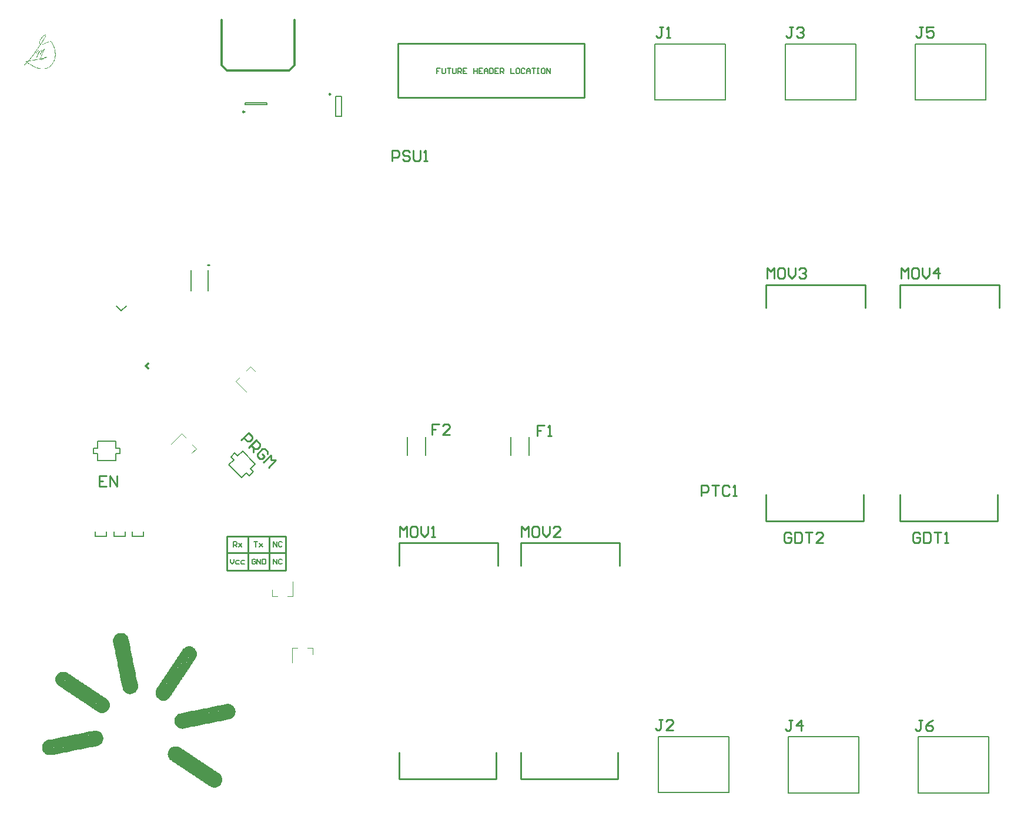
<source format=gto>
G04*
G04 #@! TF.GenerationSoftware,Altium Limited,Altium Designer,23.9.2 (47)*
G04*
G04 Layer_Color=65535*
%FSLAX25Y25*%
%MOIN*%
G70*
G04*
G04 #@! TF.SameCoordinates,32FA3CAB-4A21-4C27-9538-83D2161AB544*
G04*
G04*
G04 #@! TF.FilePolarity,Positive*
G04*
G01*
G75*
%ADD10C,0.00866*%
%ADD11C,0.00984*%
%ADD12C,0.01000*%
%ADD13C,0.00394*%
%ADD14C,0.00591*%
%ADD15C,0.01181*%
%ADD16C,0.00787*%
%ADD17C,0.00500*%
G36*
X23903Y447386D02*
X23771D01*
Y447122D01*
X23639D01*
Y446858D01*
X23507D01*
Y446594D01*
X23375D01*
Y446462D01*
X23243D01*
Y446198D01*
X23111D01*
Y445933D01*
X22979D01*
Y445801D01*
X22847D01*
Y445537D01*
X22715D01*
Y445273D01*
X22583D01*
Y445141D01*
X22451D01*
Y444877D01*
X22319D01*
Y444613D01*
X22187D01*
Y444481D01*
X22055D01*
Y444217D01*
X21923D01*
Y443953D01*
X21790D01*
Y443821D01*
X21658D01*
Y443556D01*
X21526D01*
Y443425D01*
X21394D01*
Y443292D01*
X21262D01*
Y443028D01*
X21130D01*
Y442896D01*
X20998D01*
Y442764D01*
X21130D01*
Y442632D01*
X21658D01*
Y442764D01*
X22187D01*
Y442896D01*
X22451D01*
Y443028D01*
X22715D01*
Y443160D01*
X22979D01*
Y443292D01*
X23243D01*
Y443425D01*
X23375D01*
Y443556D01*
X23771D01*
Y443689D01*
X24035D01*
Y443821D01*
X24299D01*
Y443953D01*
X24696D01*
Y444085D01*
X25092D01*
Y444217D01*
X25488D01*
Y444349D01*
X26016D01*
Y444481D01*
X26808D01*
Y444349D01*
X27072D01*
Y444217D01*
X27204D01*
Y443953D01*
X27336D01*
Y443689D01*
X27469D01*
Y443425D01*
X27601D01*
Y443160D01*
X27733D01*
Y442764D01*
X27865D01*
Y442500D01*
X27997D01*
Y442236D01*
X28129D01*
Y441972D01*
X28261D01*
Y441708D01*
X28393D01*
Y441444D01*
X28525D01*
Y441048D01*
X28657D01*
Y440651D01*
X28789D01*
Y440255D01*
X28921D01*
Y439727D01*
X29053D01*
Y439067D01*
X29185D01*
Y438011D01*
X29317D01*
Y435766D01*
X29185D01*
Y434973D01*
X29053D01*
Y434445D01*
X28921D01*
Y434049D01*
X28789D01*
Y433653D01*
X28657D01*
Y433257D01*
X28525D01*
Y432993D01*
X28393D01*
Y432728D01*
X28261D01*
Y432464D01*
X28129D01*
Y432200D01*
X27997D01*
Y432068D01*
X27865D01*
Y431804D01*
X27733D01*
Y431672D01*
X27601D01*
Y431408D01*
X27469D01*
Y431276D01*
X27336D01*
Y431144D01*
X27204D01*
Y431012D01*
X27072D01*
Y430748D01*
X26940D01*
Y430616D01*
X26808D01*
Y430484D01*
X26676D01*
Y430352D01*
X26544D01*
Y430220D01*
X26412D01*
Y430088D01*
X26280D01*
Y429955D01*
X26016D01*
Y429823D01*
X25884D01*
Y429691D01*
X25620D01*
Y429559D01*
X25488D01*
Y429427D01*
X25224D01*
Y429295D01*
X24960D01*
Y429163D01*
X24564D01*
Y429031D01*
X24167D01*
Y428899D01*
X23507D01*
Y428767D01*
X20602D01*
Y428899D01*
X19810D01*
Y429031D01*
X19282D01*
Y429163D01*
X18885D01*
Y429295D01*
X18489D01*
Y429427D01*
X18093D01*
Y429559D01*
X17829D01*
Y429691D01*
X17433D01*
Y429823D01*
X17169D01*
Y429955D01*
X16905D01*
Y430088D01*
X16641D01*
Y430220D01*
X16376D01*
Y430352D01*
X16244D01*
Y430484D01*
X15980D01*
Y430616D01*
X15716D01*
Y430748D01*
X15584D01*
Y430880D01*
X15320D01*
Y431012D01*
X15056D01*
Y431144D01*
X14792D01*
Y431276D01*
X14660D01*
Y431408D01*
X14396D01*
Y431540D01*
X14132D01*
Y431672D01*
X13868D01*
Y431804D01*
X13603D01*
Y431936D01*
X13471D01*
Y432068D01*
X13207D01*
Y432200D01*
X12943D01*
Y432068D01*
X12811D01*
Y431936D01*
X12679D01*
Y431672D01*
X12547D01*
Y431540D01*
X12415D01*
Y431408D01*
X12283D01*
Y431276D01*
X12151D01*
Y431144D01*
X12019D01*
Y431012D01*
X11887D01*
Y430880D01*
X11755D01*
Y430748D01*
X11623D01*
Y431144D01*
X11755D01*
Y431408D01*
X12019D01*
Y431540D01*
X12151D01*
Y431672D01*
X12283D01*
Y431804D01*
X12415D01*
Y431936D01*
X12547D01*
Y432068D01*
X12679D01*
Y432200D01*
X12811D01*
Y432464D01*
X12679D01*
Y432596D01*
X12547D01*
Y432728D01*
X12415D01*
Y432993D01*
X12547D01*
Y433125D01*
X12811D01*
Y433257D01*
X13735D01*
Y433389D01*
X13868D01*
Y433521D01*
X14000D01*
Y433653D01*
X14132D01*
Y433785D01*
X14264D01*
Y433917D01*
X14396D01*
Y434049D01*
X14528D01*
Y434181D01*
X14660D01*
Y434445D01*
X14792D01*
Y434577D01*
X14924D01*
Y434709D01*
X15056D01*
Y434841D01*
X15188D01*
Y435105D01*
X15320D01*
Y435237D01*
X15452D01*
Y435369D01*
X15584D01*
Y435501D01*
X15716D01*
Y435766D01*
X15848D01*
Y435898D01*
X15980D01*
Y436030D01*
X16112D01*
Y436294D01*
X16244D01*
Y436426D01*
X16376D01*
Y436558D01*
X16509D01*
Y436822D01*
X16641D01*
Y436954D01*
X16773D01*
Y437218D01*
X16905D01*
Y437350D01*
X17037D01*
Y437614D01*
X17169D01*
Y437746D01*
X17301D01*
Y438011D01*
X17433D01*
Y438142D01*
X17565D01*
Y438407D01*
X17697D01*
Y438539D01*
X17829D01*
Y438803D01*
X17961D01*
Y438935D01*
X18093D01*
Y439067D01*
X18225D01*
Y439331D01*
X18357D01*
Y439463D01*
X18489D01*
Y439727D01*
X18621D01*
Y439859D01*
X18753D01*
Y439991D01*
X18885D01*
Y440255D01*
X19017D01*
Y440387D01*
X19150D01*
Y440651D01*
X19282D01*
Y440784D01*
X19414D01*
Y441048D01*
X19546D01*
Y441180D01*
X19678D01*
Y441444D01*
X19810D01*
Y441576D01*
X19942D01*
Y441840D01*
X20074D01*
Y441972D01*
X20206D01*
Y442104D01*
X20338D01*
Y442368D01*
X20470D01*
Y442632D01*
X20338D01*
Y442764D01*
X20206D01*
Y443028D01*
X20074D01*
Y444085D01*
X20206D01*
Y444613D01*
X20338D01*
Y444877D01*
X20470D01*
Y445141D01*
X20602D01*
Y445405D01*
X20734D01*
Y445669D01*
X20866D01*
Y445933D01*
X20998D01*
Y446065D01*
X21130D01*
Y446329D01*
X21262D01*
Y446462D01*
X21394D01*
Y446594D01*
X21526D01*
Y446726D01*
X21658D01*
Y446990D01*
X21790D01*
Y447122D01*
X21923D01*
Y447254D01*
X22055D01*
Y447386D01*
X22319D01*
Y447518D01*
X22451D01*
Y447650D01*
X22583D01*
Y447782D01*
X22847D01*
Y447914D01*
X22979D01*
Y448046D01*
X23243D01*
Y448178D01*
X23903D01*
Y447386D01*
D02*
G37*
G36*
X67308Y108405D02*
X68395D01*
Y108133D01*
X68667D01*
Y107861D01*
X69211D01*
Y107590D01*
X69482D01*
Y107318D01*
X69754D01*
Y107046D01*
X70026D01*
Y106503D01*
X70297D01*
Y105959D01*
X70569D01*
Y105144D01*
X70841D01*
Y104057D01*
X71113D01*
Y102699D01*
X71384D01*
Y101068D01*
X71656D01*
Y99981D01*
X71928D01*
Y98623D01*
X72199D01*
Y97264D01*
X72471D01*
Y95634D01*
X72743D01*
Y94547D01*
X73015D01*
Y93189D01*
X73286D01*
Y91830D01*
X73558D01*
Y90471D01*
X73830D01*
Y89113D01*
X74102D01*
Y87754D01*
X74373D01*
Y86396D01*
X74645D01*
Y85037D01*
X74917D01*
Y83678D01*
X75188D01*
Y82320D01*
X75460D01*
Y81233D01*
X75732D01*
Y79874D01*
X76004D01*
Y77157D01*
X75732D01*
Y76613D01*
X75460D01*
Y76070D01*
X75188D01*
Y75527D01*
X74917D01*
Y75255D01*
X74645D01*
Y74983D01*
X74102D01*
Y74712D01*
X73830D01*
Y74440D01*
X73286D01*
Y74168D01*
X72199D01*
Y73896D01*
X70841D01*
Y74168D01*
X69754D01*
Y74440D01*
X69211D01*
Y74712D01*
X68939D01*
Y74983D01*
X68667D01*
Y75255D01*
X68395D01*
Y75527D01*
X68124D01*
Y75798D01*
X67852D01*
Y76070D01*
X67580D01*
Y76613D01*
X67308D01*
Y77700D01*
X67037D01*
Y78787D01*
X66765D01*
Y80146D01*
X66493D01*
Y81504D01*
X66222D01*
Y83135D01*
X65950D01*
Y84222D01*
X65678D01*
Y85580D01*
X65407D01*
Y86939D01*
X65135D01*
Y88569D01*
X64863D01*
Y89656D01*
X64591D01*
Y91015D01*
X64320D01*
Y92373D01*
X64048D01*
Y93732D01*
X63776D01*
Y95091D01*
X63504D01*
Y96449D01*
X63233D01*
Y97808D01*
X62961D01*
Y99166D01*
X62689D01*
Y100253D01*
X62418D01*
Y101612D01*
X62146D01*
Y103242D01*
X61874D01*
Y105144D01*
X62146D01*
Y105959D01*
X62418D01*
Y106503D01*
X62689D01*
Y107046D01*
X62961D01*
Y107318D01*
X63233D01*
Y107590D01*
X63504D01*
Y107861D01*
X64048D01*
Y108133D01*
X64591D01*
Y108405D01*
X65135D01*
Y108677D01*
X67308D01*
Y108405D01*
D02*
G37*
G36*
X106165Y100797D02*
X106980D01*
Y100525D01*
X107252D01*
Y100253D01*
X107795D01*
Y99981D01*
X108067D01*
Y99710D01*
X108338D01*
Y99438D01*
X108610D01*
Y98895D01*
X108882D01*
Y98623D01*
X109153D01*
Y97808D01*
X109425D01*
Y95634D01*
X109153D01*
Y94819D01*
X108882D01*
Y94275D01*
X108610D01*
Y94004D01*
X108338D01*
Y93460D01*
X108067D01*
Y93189D01*
X107795D01*
Y92645D01*
X107523D01*
Y92373D01*
X107252D01*
Y91830D01*
X106980D01*
Y91558D01*
X106708D01*
Y91015D01*
X106436D01*
Y90743D01*
X106165D01*
Y90200D01*
X105893D01*
Y89656D01*
X105621D01*
Y89384D01*
X105350D01*
Y88841D01*
X105078D01*
Y88569D01*
X104806D01*
Y88026D01*
X104534D01*
Y87754D01*
X104263D01*
Y87482D01*
X103991D01*
Y86939D01*
X103719D01*
Y86396D01*
X103447D01*
Y86124D01*
X103176D01*
Y85580D01*
X102904D01*
Y85309D01*
X102632D01*
Y84765D01*
X102360D01*
Y84493D01*
X102089D01*
Y83950D01*
X101817D01*
Y83678D01*
X101545D01*
Y83407D01*
X101274D01*
Y82863D01*
X101002D01*
Y82320D01*
X100730D01*
Y82048D01*
X100459D01*
Y81776D01*
X100187D01*
Y81233D01*
X99915D01*
Y80961D01*
X99643D01*
Y80418D01*
X99372D01*
Y79874D01*
X99100D01*
Y79602D01*
X98828D01*
Y79331D01*
X98556D01*
Y78787D01*
X98285D01*
Y78244D01*
X98013D01*
Y77972D01*
X97741D01*
Y77429D01*
X97470D01*
Y77157D01*
X97198D01*
Y76613D01*
X96926D01*
Y76342D01*
X96654D01*
Y75798D01*
X96383D01*
Y75527D01*
X96111D01*
Y74983D01*
X95839D01*
Y74712D01*
X95568D01*
Y74168D01*
X95296D01*
Y73896D01*
X95024D01*
Y73353D01*
X94752D01*
Y73081D01*
X94481D01*
Y72538D01*
X94209D01*
Y72266D01*
X93937D01*
Y71994D01*
X93665D01*
Y71723D01*
Y71451D01*
X93122D01*
Y71179D01*
X92850D01*
Y70907D01*
X92307D01*
Y70636D01*
X91763D01*
Y70364D01*
X89046D01*
Y70636D01*
X88503D01*
Y70907D01*
X87959D01*
Y71179D01*
X87688D01*
Y71451D01*
X87416D01*
Y71723D01*
X87144D01*
Y71994D01*
X86872D01*
Y72266D01*
X86601D01*
Y72809D01*
X86329D01*
Y73353D01*
X86057D01*
Y76070D01*
X86329D01*
Y76613D01*
X86601D01*
Y77157D01*
X86872D01*
Y77700D01*
X87144D01*
Y77972D01*
X87416D01*
Y78515D01*
X87688D01*
Y78787D01*
X87959D01*
Y79331D01*
X88231D01*
Y79602D01*
X88503D01*
Y80146D01*
X88775D01*
Y80418D01*
X89046D01*
Y80961D01*
X89318D01*
Y81233D01*
X89590D01*
Y81776D01*
X89861D01*
Y82048D01*
X90133D01*
Y82591D01*
X90405D01*
Y82863D01*
X90676D01*
Y83407D01*
X90948D01*
Y83678D01*
X91220D01*
Y84222D01*
X91492D01*
Y84493D01*
X91763D01*
Y85037D01*
X92035D01*
Y85309D01*
X92307D01*
Y85852D01*
X92579D01*
Y86124D01*
X92850D01*
Y86667D01*
X93122D01*
Y86939D01*
X93394D01*
Y87482D01*
X93665D01*
Y87754D01*
X93937D01*
Y88297D01*
X94209D01*
Y88569D01*
X94481D01*
Y89113D01*
X94752D01*
Y89384D01*
X95024D01*
Y89928D01*
X95296D01*
Y90200D01*
X95568D01*
Y90743D01*
X95839D01*
Y91015D01*
X96111D01*
Y91558D01*
X96383D01*
Y91830D01*
X96654D01*
Y92373D01*
X96926D01*
Y92645D01*
X97198D01*
Y93189D01*
X97470D01*
Y93460D01*
X97741D01*
Y94004D01*
X98013D01*
Y94275D01*
X98285D01*
Y94819D01*
X98556D01*
Y95091D01*
X98828D01*
Y95634D01*
X99100D01*
Y95906D01*
X99372D01*
Y96449D01*
X99643D01*
Y96721D01*
X99915D01*
Y97264D01*
X100187D01*
Y97536D01*
X100459D01*
Y98079D01*
X100730D01*
Y98351D01*
X101002D01*
Y98895D01*
X101274D01*
Y99166D01*
X101545D01*
Y99710D01*
X101817D01*
Y99981D01*
X102360D01*
Y100253D01*
X102632D01*
Y100525D01*
X103176D01*
Y100797D01*
X103991D01*
Y101068D01*
X106165D01*
Y100797D01*
D02*
G37*
G36*
X127631Y68190D02*
X128717D01*
Y67918D01*
X129261D01*
Y67647D01*
X129533D01*
Y67375D01*
X129804D01*
Y67103D01*
X130076D01*
Y66832D01*
X130348D01*
Y66560D01*
X130620D01*
Y66288D01*
X130891D01*
Y65745D01*
X131163D01*
Y64658D01*
X131435D01*
Y63571D01*
X131163D01*
Y62212D01*
X130891D01*
Y61669D01*
X130620D01*
Y61397D01*
X130348D01*
Y61125D01*
X130076D01*
Y60854D01*
X129804D01*
Y60582D01*
X129533D01*
Y60310D01*
X128989D01*
Y60039D01*
X128717D01*
Y59767D01*
X127631D01*
Y59495D01*
X127359D01*
Y59767D01*
X127087D01*
Y59495D01*
X126000D01*
Y59223D01*
X124642D01*
Y58952D01*
X123555D01*
Y58680D01*
X122196D01*
Y58408D01*
X120837D01*
Y58136D01*
X119479D01*
Y57865D01*
X118120D01*
Y57593D01*
X116762D01*
Y57321D01*
X115403D01*
Y57050D01*
X114044D01*
Y56778D01*
X112686D01*
Y56506D01*
X111327D01*
Y56234D01*
X109969D01*
Y55963D01*
X108610D01*
Y55691D01*
X107252D01*
Y55419D01*
X105893D01*
Y55148D01*
X104806D01*
Y54876D01*
X103176D01*
Y54604D01*
X101817D01*
Y54332D01*
X100730D01*
Y54604D01*
X99372D01*
Y54876D01*
X98828D01*
Y55148D01*
X98556D01*
Y55419D01*
X98285D01*
Y55691D01*
X98013D01*
Y55963D01*
X97741D01*
Y56234D01*
X97470D01*
Y56506D01*
X97198D01*
Y57050D01*
X96926D01*
Y58136D01*
X96654D01*
Y58408D01*
X96926D01*
Y58680D01*
X96654D01*
Y58952D01*
X96926D01*
Y59223D01*
X96654D01*
Y59495D01*
X96926D01*
Y60582D01*
X97198D01*
Y60854D01*
X97470D01*
Y61397D01*
X97741D01*
Y61669D01*
X98013D01*
Y61941D01*
X98285D01*
Y62212D01*
X98556D01*
Y62484D01*
X98828D01*
Y62756D01*
X99643D01*
Y63027D01*
X100459D01*
Y63299D01*
X101817D01*
Y63571D01*
X103176D01*
Y63843D01*
X104534D01*
Y64114D01*
X105893D01*
Y64386D01*
X107252D01*
Y64658D01*
X108610D01*
Y64929D01*
X109969D01*
Y65201D01*
X111327D01*
Y65473D01*
X112686D01*
Y65745D01*
X114044D01*
Y66016D01*
X114860D01*
Y65745D01*
X115131D01*
Y66016D01*
X115403D01*
Y66288D01*
X116762D01*
Y66560D01*
X117849D01*
Y66832D01*
X119479D01*
Y67103D01*
X120837D01*
Y67375D01*
X122196D01*
Y67647D01*
X123283D01*
Y67918D01*
X124913D01*
Y68190D01*
X126000D01*
Y68462D01*
X127631D01*
Y68190D01*
D02*
G37*
G36*
X34702Y86396D02*
X35517D01*
Y86124D01*
X36061D01*
Y85852D01*
X36332D01*
Y85580D01*
X36876D01*
Y85309D01*
X37419D01*
Y85037D01*
X37691D01*
Y84765D01*
X38234D01*
Y84493D01*
X38506D01*
Y84222D01*
X39050D01*
Y83950D01*
X39321D01*
Y83678D01*
X39865D01*
Y83407D01*
X40137D01*
Y83135D01*
X40408D01*
Y82863D01*
X40952D01*
Y82591D01*
X41495D01*
Y82320D01*
X41767D01*
Y82048D01*
X42310D01*
Y81776D01*
X42582D01*
Y81504D01*
X42854D01*
Y81233D01*
X43397D01*
Y80961D01*
X43940D01*
Y80689D01*
X44212D01*
Y80418D01*
X44756D01*
Y80146D01*
X45027D01*
Y79874D01*
X45571D01*
Y79602D01*
X45843D01*
Y79331D01*
X46386D01*
Y79059D01*
X46658D01*
Y78787D01*
X47201D01*
Y78515D01*
X47473D01*
Y78244D01*
X48016D01*
Y77972D01*
X48288D01*
Y77700D01*
X48831D01*
Y77429D01*
X49103D01*
Y77157D01*
X49647D01*
Y76885D01*
X49918D01*
Y76613D01*
X50462D01*
Y76342D01*
X50734D01*
Y76070D01*
X51005D01*
Y75798D01*
X51549D01*
Y75527D01*
X52092D01*
Y75255D01*
X52364D01*
Y74983D01*
X52907D01*
Y74712D01*
X53179D01*
Y74440D01*
X53723D01*
Y74168D01*
X53994D01*
Y73896D01*
X54538D01*
Y73625D01*
X54809D01*
Y73353D01*
X55353D01*
Y73081D01*
X55625D01*
Y72809D01*
X56168D01*
Y72538D01*
X56440D01*
Y72266D01*
X56983D01*
Y71994D01*
X57255D01*
Y71723D01*
X57798D01*
Y71451D01*
X58070D01*
Y71179D01*
X58614D01*
Y70907D01*
X58885D01*
Y70636D01*
X59157D01*
Y70092D01*
X59429D01*
Y69549D01*
X59700D01*
Y69005D01*
X59972D01*
Y66560D01*
X59700D01*
Y65745D01*
X59429D01*
Y65201D01*
X59157D01*
Y64929D01*
X58885D01*
Y64658D01*
X58614D01*
Y64386D01*
X58342D01*
Y64114D01*
X58070D01*
Y63843D01*
X57527D01*
Y63571D01*
X56711D01*
Y63299D01*
X54538D01*
Y63571D01*
X53723D01*
Y63843D01*
X53179D01*
Y64114D01*
X52907D01*
Y64386D01*
X52636D01*
Y64658D01*
X52092D01*
Y64929D01*
X51549D01*
Y65201D01*
X51277D01*
Y65473D01*
X50734D01*
Y65745D01*
X50462D01*
Y66016D01*
X49918D01*
Y66288D01*
X49647D01*
Y66560D01*
X49103D01*
Y66832D01*
X48831D01*
Y67103D01*
X48288D01*
Y67375D01*
X48016D01*
Y67647D01*
X47745D01*
Y67918D01*
X47201D01*
Y68190D01*
X46658D01*
Y68462D01*
X46386D01*
Y68734D01*
X45843D01*
Y69005D01*
X45571D01*
Y69277D01*
X45299D01*
Y69549D01*
X44756D01*
Y69820D01*
X44212D01*
Y70092D01*
X43940D01*
Y70364D01*
X43397D01*
Y70636D01*
X43125D01*
Y70907D01*
X42582D01*
Y71179D01*
X42310D01*
Y71451D01*
X41767D01*
Y71723D01*
X41495D01*
Y71994D01*
X40952D01*
Y72266D01*
X40680D01*
Y72538D01*
X40137D01*
Y72809D01*
X39865D01*
Y73081D01*
X39321D01*
Y73353D01*
X39050D01*
Y73625D01*
X38506D01*
Y73896D01*
X38234D01*
Y74168D01*
X37691D01*
Y74440D01*
X37419D01*
Y74712D01*
X36876D01*
Y74983D01*
X36604D01*
Y75255D01*
X36061D01*
Y75527D01*
X35517D01*
Y75798D01*
X35245D01*
Y76070D01*
X34974D01*
Y76342D01*
X34430D01*
Y76613D01*
X34159D01*
Y76885D01*
X33615D01*
Y77157D01*
X33343D01*
Y77429D01*
X32800D01*
Y77700D01*
X32528D01*
Y77972D01*
X31985D01*
Y78244D01*
X31713D01*
Y78515D01*
X31170D01*
Y78787D01*
X30898D01*
Y79059D01*
X30626D01*
Y79331D01*
X30354D01*
Y79602D01*
X30083D01*
Y79874D01*
X29811D01*
Y80418D01*
X29539D01*
Y81233D01*
X29268D01*
Y83407D01*
X29539D01*
Y84222D01*
X29811D01*
Y84493D01*
X30083D01*
Y85037D01*
X30354D01*
Y85309D01*
X30626D01*
Y85580D01*
X30898D01*
Y85852D01*
X31441D01*
Y86124D01*
X31713D01*
Y86396D01*
X32528D01*
Y86667D01*
X34702D01*
Y86396D01*
D02*
G37*
G36*
X53179Y52974D02*
X53994D01*
Y52702D01*
X54266D01*
Y52430D01*
X54809D01*
Y52159D01*
X55081D01*
Y51887D01*
X55353D01*
Y51344D01*
X55625D01*
Y51072D01*
X55896D01*
Y50528D01*
X56168D01*
Y49441D01*
X56440D01*
Y48355D01*
X56168D01*
Y47268D01*
X55896D01*
Y46724D01*
X55625D01*
Y46181D01*
X55353D01*
Y45909D01*
X55081D01*
Y45637D01*
X54809D01*
Y45366D01*
X54538D01*
Y45094D01*
X53994D01*
Y44822D01*
X53451D01*
Y44550D01*
X52364D01*
Y44279D01*
X50734D01*
Y44007D01*
X49647D01*
Y43735D01*
X48288D01*
Y43464D01*
X46929D01*
Y43192D01*
X45299D01*
Y42920D01*
X44212D01*
Y42648D01*
X43940D01*
Y42920D01*
X43669D01*
Y42648D01*
X42854D01*
Y42377D01*
X41495D01*
Y42105D01*
X39865D01*
Y41833D01*
X38506D01*
Y41561D01*
X37419D01*
Y41290D01*
X36061D01*
Y41018D01*
X34702D01*
Y40746D01*
X33343D01*
Y40475D01*
X31985D01*
Y40203D01*
X30626D01*
Y39931D01*
X29268D01*
Y39660D01*
X27909D01*
Y39388D01*
X24648D01*
Y39660D01*
X24105D01*
Y39931D01*
X23562D01*
Y40203D01*
X23290D01*
Y40475D01*
X23018D01*
Y40746D01*
X22746D01*
Y41018D01*
X22475D01*
Y41290D01*
X22203D01*
Y41833D01*
X21931D01*
Y42648D01*
X21659D01*
Y44550D01*
X21931D01*
Y45366D01*
X22203D01*
Y45909D01*
X22475D01*
Y46453D01*
X22746D01*
Y46724D01*
X23018D01*
Y46996D01*
X23290D01*
Y47268D01*
X23833D01*
Y47539D01*
X24105D01*
Y47811D01*
X24920D01*
Y48083D01*
X26279D01*
Y48355D01*
X27637D01*
Y48626D01*
X28996D01*
Y48898D01*
X30354D01*
Y49170D01*
X31713D01*
Y49441D01*
X33072D01*
Y49713D01*
X34430D01*
Y49985D01*
X35789D01*
Y50257D01*
X36876D01*
Y50528D01*
X38506D01*
Y50800D01*
X39865D01*
Y51072D01*
X40952D01*
Y51344D01*
X42310D01*
Y51615D01*
X43669D01*
Y51887D01*
X45299D01*
Y52159D01*
X46386D01*
Y52430D01*
X47745D01*
Y52702D01*
X49103D01*
Y52974D01*
X50462D01*
Y53246D01*
X53179D01*
Y52974D01*
D02*
G37*
G36*
X99100Y44007D02*
X99643D01*
Y43735D01*
X99915D01*
Y43464D01*
X100459D01*
Y43192D01*
X100730D01*
Y42920D01*
X101274D01*
Y42648D01*
X101817D01*
Y42377D01*
X102089D01*
Y42105D01*
X102360D01*
Y41833D01*
X102904D01*
Y41561D01*
X103447D01*
Y41290D01*
X103719D01*
Y41018D01*
X103991D01*
Y40746D01*
X104534D01*
Y40475D01*
X105078D01*
Y40203D01*
X105350D01*
Y39931D01*
X105893D01*
Y39660D01*
X106165D01*
Y39388D01*
X106436D01*
Y39116D01*
X106980D01*
Y38844D01*
X107252D01*
Y38573D01*
X107795D01*
Y38301D01*
X108338D01*
Y38029D01*
X108610D01*
Y37757D01*
X108882D01*
Y37486D01*
X109425D01*
Y37214D01*
X109697D01*
Y36942D01*
X110240D01*
Y36671D01*
X110784D01*
Y36399D01*
X111056D01*
Y36127D01*
X111599D01*
Y35855D01*
X111871D01*
Y35584D01*
X112143D01*
Y35312D01*
X112686D01*
Y35040D01*
X113229D01*
Y34769D01*
X113501D01*
Y34497D01*
X113773D01*
Y34225D01*
X114316D01*
Y33953D01*
X114860D01*
Y33682D01*
X115131D01*
Y33410D01*
X115403D01*
Y33138D01*
X115947D01*
Y32866D01*
X116490D01*
Y32595D01*
X116762D01*
Y32323D01*
X117305D01*
Y32051D01*
X117577D01*
Y31780D01*
X118120D01*
Y31508D01*
X118392D01*
Y31236D01*
X118936D01*
Y30964D01*
X119207D01*
Y30693D01*
X119751D01*
Y30421D01*
X120022D01*
Y30149D01*
X120566D01*
Y29877D01*
X120837D01*
Y29606D01*
X121381D01*
Y29334D01*
X121653D01*
Y29062D01*
X122196D01*
Y28791D01*
X122468D01*
Y28519D01*
X122740D01*
Y28247D01*
X123011D01*
Y27704D01*
X123283D01*
Y27432D01*
X123555D01*
Y26617D01*
X123827D01*
Y24171D01*
X123555D01*
Y23628D01*
X123283D01*
Y23085D01*
X123011D01*
Y22541D01*
X122740D01*
Y22269D01*
X122468D01*
Y21998D01*
X122196D01*
Y21726D01*
X121653D01*
Y21454D01*
X121109D01*
Y21182D01*
X120294D01*
Y20911D01*
X118392D01*
Y21182D01*
X117577D01*
Y21454D01*
X117033D01*
Y21726D01*
X116490D01*
Y21998D01*
X116218D01*
Y22269D01*
X115675D01*
Y22541D01*
X115403D01*
Y22813D01*
X114860D01*
Y23085D01*
X114588D01*
Y23356D01*
X114044D01*
Y23628D01*
X113773D01*
Y23900D01*
X113229D01*
Y24171D01*
X112958D01*
Y24443D01*
X112414D01*
Y24715D01*
X112143D01*
Y24986D01*
X111599D01*
Y25258D01*
X111327D01*
Y25530D01*
X110784D01*
Y25802D01*
X110512D01*
Y26073D01*
X109969D01*
Y26345D01*
X109697D01*
Y26617D01*
X109153D01*
Y26889D01*
X108882D01*
Y27160D01*
X108610D01*
Y27432D01*
X108067D01*
Y27704D01*
X107523D01*
Y27975D01*
X107252D01*
Y28247D01*
X106708D01*
Y28519D01*
X106436D01*
Y28791D01*
X105893D01*
Y29062D01*
X105621D01*
Y29334D01*
X105078D01*
Y29606D01*
X104806D01*
Y29877D01*
X104263D01*
Y30149D01*
X103991D01*
Y30421D01*
X103447D01*
Y30693D01*
X103176D01*
Y30964D01*
X102632D01*
Y31236D01*
X102360D01*
Y31508D01*
X101817D01*
Y31780D01*
X101545D01*
Y32051D01*
X101002D01*
Y32323D01*
X100730D01*
Y32595D01*
X100187D01*
Y32866D01*
X99915D01*
Y33138D01*
X99372D01*
Y33410D01*
X99100D01*
Y33682D01*
X98556D01*
Y33953D01*
X98285D01*
Y34225D01*
X97741D01*
Y34497D01*
X97470D01*
Y34769D01*
X96926D01*
Y35040D01*
X96654D01*
Y35312D01*
X96111D01*
Y35584D01*
X95568D01*
Y35855D01*
X95296D01*
Y36127D01*
X95024D01*
Y36399D01*
X94481D01*
Y36671D01*
X94209D01*
Y36942D01*
X93937D01*
Y37486D01*
X93665D01*
Y37757D01*
X93394D01*
Y38301D01*
X93122D01*
Y39660D01*
X92850D01*
Y40203D01*
X93122D01*
Y41561D01*
X93394D01*
Y42105D01*
X93665D01*
Y42648D01*
X93937D01*
Y42920D01*
X94209D01*
Y43192D01*
X94481D01*
Y43464D01*
X94752D01*
Y43735D01*
X95296D01*
Y44007D01*
X95839D01*
Y44279D01*
X99100D01*
Y44007D01*
D02*
G37*
%LPC*%
G36*
X23639Y447914D02*
X23375D01*
Y447782D01*
X23111D01*
Y447650D01*
X22847D01*
Y447518D01*
X22715D01*
Y447386D01*
X22583D01*
Y447254D01*
X22319D01*
Y447122D01*
X22187D01*
Y446990D01*
X22055D01*
Y446858D01*
X21923D01*
Y446594D01*
X21790D01*
Y446462D01*
X21658D01*
Y446329D01*
X21526D01*
Y446198D01*
X21394D01*
Y445933D01*
X21262D01*
Y445801D01*
X21130D01*
Y445537D01*
X20998D01*
Y445405D01*
X20866D01*
Y445141D01*
X20734D01*
Y444877D01*
X20602D01*
Y444481D01*
X20470D01*
Y444085D01*
X20338D01*
Y443160D01*
X20470D01*
Y442896D01*
X20602D01*
Y442764D01*
X20734D01*
Y442896D01*
X20866D01*
Y443160D01*
X20998D01*
Y443292D01*
X21130D01*
Y443556D01*
X21262D01*
Y443689D01*
X21394D01*
Y443953D01*
X21526D01*
Y444085D01*
X21658D01*
Y444349D01*
X21790D01*
Y444613D01*
X21923D01*
Y444745D01*
X22055D01*
Y445009D01*
X22187D01*
Y445273D01*
X22319D01*
Y445405D01*
X22451D01*
Y445669D01*
X22583D01*
Y445801D01*
X22715D01*
Y446065D01*
X22847D01*
Y446329D01*
X22979D01*
Y446462D01*
X23111D01*
Y446726D01*
X23243D01*
Y446858D01*
X23375D01*
Y447122D01*
X23507D01*
Y447386D01*
X23639D01*
Y447914D01*
D02*
G37*
G36*
X26808Y444217D02*
X26016D01*
Y444085D01*
X25488D01*
Y443953D01*
X25092D01*
Y443821D01*
X24696D01*
Y443689D01*
X24431D01*
Y443556D01*
X24035D01*
Y443425D01*
X23771D01*
Y443292D01*
X23507D01*
Y443160D01*
X23243D01*
Y443028D01*
X22979D01*
Y442896D01*
X22715D01*
Y442764D01*
X22583D01*
Y442632D01*
X22187D01*
Y442500D01*
X21790D01*
Y442368D01*
X20998D01*
Y442500D01*
X20734D01*
Y442236D01*
X20602D01*
Y442104D01*
X20470D01*
Y441840D01*
X20338D01*
Y441708D01*
X20206D01*
Y441444D01*
X20074D01*
Y441312D01*
X19942D01*
Y441048D01*
X19810D01*
Y440915D01*
X19678D01*
Y440651D01*
X19546D01*
Y440519D01*
X19414D01*
Y440387D01*
X19282D01*
Y440123D01*
X19150D01*
Y439991D01*
X19017D01*
Y439727D01*
X18885D01*
Y439595D01*
X18753D01*
Y439331D01*
X18621D01*
Y439199D01*
X18489D01*
Y439067D01*
X18357D01*
Y438803D01*
X18225D01*
Y438671D01*
X18093D01*
Y438539D01*
X17961D01*
Y438275D01*
X17829D01*
Y438142D01*
X17697D01*
Y437878D01*
X17565D01*
Y437746D01*
X17433D01*
Y437482D01*
X17301D01*
Y437350D01*
X17169D01*
Y437086D01*
X17037D01*
Y436954D01*
X16905D01*
Y436690D01*
X16773D01*
Y436558D01*
X16641D01*
Y436294D01*
X16509D01*
Y436162D01*
X16376D01*
Y436030D01*
X16244D01*
Y435766D01*
X16112D01*
Y435634D01*
X15980D01*
Y435501D01*
X15848D01*
Y435237D01*
X15716D01*
Y435105D01*
X15584D01*
Y434973D01*
X15452D01*
Y434841D01*
X15320D01*
Y434577D01*
X15188D01*
Y434445D01*
X15056D01*
Y434313D01*
X14924D01*
Y434181D01*
X14792D01*
Y434049D01*
X14660D01*
Y433785D01*
X14528D01*
Y433653D01*
X14396D01*
Y433521D01*
X14264D01*
Y433389D01*
X14792D01*
Y433521D01*
X15452D01*
Y433653D01*
X16112D01*
Y433785D01*
X16641D01*
Y433917D01*
X17433D01*
Y434049D01*
X18225D01*
Y434181D01*
X19017D01*
Y434313D01*
X19678D01*
Y434445D01*
X20338D01*
Y434577D01*
X20734D01*
Y435237D01*
X20866D01*
Y435634D01*
X20998D01*
Y435898D01*
X21130D01*
Y436294D01*
X21262D01*
Y436690D01*
X21394D01*
Y437086D01*
X21526D01*
Y437350D01*
X21658D01*
Y437746D01*
X21790D01*
Y438011D01*
X21923D01*
Y438275D01*
X22055D01*
Y438539D01*
X22187D01*
Y438803D01*
X22319D01*
Y439067D01*
X22451D01*
Y439331D01*
X22319D01*
Y439199D01*
X22187D01*
Y439067D01*
X22055D01*
Y438935D01*
X21923D01*
Y438803D01*
X21790D01*
Y438539D01*
X21658D01*
Y438407D01*
X21526D01*
Y438275D01*
X21394D01*
Y438011D01*
X21262D01*
Y437878D01*
X21130D01*
Y437614D01*
X20998D01*
Y437350D01*
X20866D01*
Y437086D01*
X20734D01*
Y436822D01*
X20602D01*
Y436690D01*
X20470D01*
Y436822D01*
X20338D01*
Y436954D01*
X20470D01*
Y437218D01*
X20602D01*
Y437482D01*
X20734D01*
Y437746D01*
X20866D01*
Y438011D01*
X20998D01*
Y438142D01*
X21130D01*
Y438407D01*
X21262D01*
Y438803D01*
X21394D01*
Y439199D01*
X20998D01*
Y439067D01*
X20866D01*
Y438935D01*
X20734D01*
Y438803D01*
X20602D01*
Y438671D01*
X20470D01*
Y438539D01*
X20338D01*
Y438275D01*
X20206D01*
Y438142D01*
X20074D01*
Y438011D01*
X19942D01*
Y437746D01*
X19810D01*
Y437614D01*
X19678D01*
Y437350D01*
X19546D01*
Y437086D01*
X19414D01*
Y436690D01*
X19282D01*
Y436426D01*
X19150D01*
Y436030D01*
X19017D01*
Y435634D01*
X18885D01*
Y435369D01*
X18753D01*
Y435105D01*
X18489D01*
Y435634D01*
X18621D01*
Y436030D01*
X18753D01*
Y436294D01*
X18885D01*
Y436558D01*
X19017D01*
Y436822D01*
X19150D01*
Y437218D01*
X19282D01*
Y437482D01*
X19414D01*
Y437878D01*
X19546D01*
Y438275D01*
X19678D01*
Y438935D01*
X19546D01*
Y438803D01*
X19282D01*
Y438671D01*
X19150D01*
Y438539D01*
X19017D01*
Y438407D01*
X18885D01*
Y438275D01*
X18753D01*
Y438142D01*
X18621D01*
Y438011D01*
X18489D01*
Y437878D01*
X18357D01*
Y437614D01*
X18225D01*
Y437350D01*
X18093D01*
Y437086D01*
X17961D01*
Y437614D01*
X18093D01*
Y437878D01*
X18225D01*
Y438142D01*
X18357D01*
Y438275D01*
X18489D01*
Y438407D01*
X18621D01*
Y438539D01*
X18753D01*
Y438671D01*
X18885D01*
Y438803D01*
X19017D01*
Y438935D01*
X19150D01*
Y439067D01*
X19414D01*
Y439199D01*
X19942D01*
Y438407D01*
X20074D01*
Y438539D01*
X20206D01*
Y438803D01*
X20338D01*
Y438935D01*
X20470D01*
Y439067D01*
X20602D01*
Y439199D01*
X20734D01*
Y439331D01*
X20998D01*
Y439463D01*
X21526D01*
Y439199D01*
X21658D01*
Y439067D01*
X21790D01*
Y439199D01*
X21923D01*
Y439331D01*
X22055D01*
Y439463D01*
X22187D01*
Y439595D01*
X22319D01*
Y439727D01*
X22451D01*
Y439859D01*
X22583D01*
Y439991D01*
X22715D01*
Y440123D01*
X22979D01*
Y439463D01*
X22847D01*
Y439199D01*
X22715D01*
Y438935D01*
X22583D01*
Y438671D01*
X22451D01*
Y438407D01*
X22319D01*
Y438142D01*
X22187D01*
Y437878D01*
X22055D01*
Y437614D01*
X21923D01*
Y437350D01*
X21790D01*
Y436954D01*
X21658D01*
Y436690D01*
X21526D01*
Y436294D01*
X21394D01*
Y435898D01*
X21262D01*
Y435501D01*
X21130D01*
Y435105D01*
X20998D01*
Y434709D01*
X21790D01*
Y434841D01*
X22319D01*
Y434973D01*
X22715D01*
Y435105D01*
X22979D01*
Y435237D01*
X23243D01*
Y435369D01*
X23903D01*
Y435501D01*
X24431D01*
Y435237D01*
X24167D01*
Y435105D01*
X23903D01*
Y434973D01*
X23507D01*
Y434841D01*
X23111D01*
Y434709D01*
X22847D01*
Y434577D01*
X22583D01*
Y434445D01*
X22319D01*
Y434313D01*
X22187D01*
Y434181D01*
X21923D01*
Y434049D01*
X21658D01*
Y433917D01*
X21526D01*
Y433785D01*
X20998D01*
Y433917D01*
X20866D01*
Y434181D01*
X20734D01*
Y434313D01*
X20602D01*
Y434181D01*
X19942D01*
Y434049D01*
X19282D01*
Y433917D01*
X18489D01*
Y433785D01*
X17697D01*
Y433653D01*
X16905D01*
Y433521D01*
X16244D01*
Y433389D01*
X15584D01*
Y433257D01*
X14924D01*
Y433125D01*
X14132D01*
Y432993D01*
X13735D01*
Y432861D01*
X13603D01*
Y432728D01*
X13471D01*
Y432596D01*
X13339D01*
Y432332D01*
X13603D01*
Y432200D01*
X13735D01*
Y432068D01*
X14000D01*
Y431936D01*
X14264D01*
Y431804D01*
X14528D01*
Y431672D01*
X14792D01*
Y431540D01*
X14924D01*
Y431408D01*
X15188D01*
Y431276D01*
X15452D01*
Y431144D01*
X15716D01*
Y431012D01*
X15848D01*
Y430880D01*
X16112D01*
Y430748D01*
X16376D01*
Y430616D01*
X16509D01*
Y430484D01*
X16773D01*
Y430352D01*
X17037D01*
Y430220D01*
X17301D01*
Y430088D01*
X17565D01*
Y429955D01*
X17961D01*
Y429823D01*
X18225D01*
Y429691D01*
X18621D01*
Y429559D01*
X19017D01*
Y429427D01*
X19546D01*
Y429295D01*
X20074D01*
Y429163D01*
X20866D01*
Y429031D01*
X23243D01*
Y429163D01*
X24035D01*
Y429295D01*
X24431D01*
Y429427D01*
X24696D01*
Y429559D01*
X25092D01*
Y429691D01*
X25356D01*
Y429823D01*
X25488D01*
Y429955D01*
X25752D01*
Y430088D01*
X25884D01*
Y430220D01*
X26016D01*
Y430352D01*
X26280D01*
Y430484D01*
X26412D01*
Y430616D01*
X26544D01*
Y430748D01*
X26676D01*
Y430880D01*
X26808D01*
Y431144D01*
X26940D01*
Y431276D01*
X27072D01*
Y431408D01*
X27204D01*
Y431540D01*
X27336D01*
Y431804D01*
X27469D01*
Y431936D01*
X27601D01*
Y432200D01*
X27733D01*
Y432464D01*
X27865D01*
Y432596D01*
X27997D01*
Y432861D01*
X28129D01*
Y433125D01*
X28261D01*
Y433389D01*
X28393D01*
Y433785D01*
X28525D01*
Y434181D01*
X28657D01*
Y434577D01*
X28789D01*
Y435237D01*
X28921D01*
Y436162D01*
X29053D01*
Y437614D01*
X28921D01*
Y438803D01*
X28789D01*
Y439595D01*
X28657D01*
Y440123D01*
X28525D01*
Y440519D01*
X28393D01*
Y440915D01*
X28261D01*
Y441312D01*
X28129D01*
Y441576D01*
X27997D01*
Y441840D01*
X27865D01*
Y442104D01*
X27733D01*
Y442368D01*
X27601D01*
Y442764D01*
X27469D01*
Y443028D01*
X27336D01*
Y443292D01*
X27204D01*
Y443556D01*
X27072D01*
Y443821D01*
X26940D01*
Y444085D01*
X26808D01*
Y444217D01*
D02*
G37*
G36*
X22583Y439463D02*
X22451D01*
Y439331D01*
X22583D01*
Y439463D01*
D02*
G37*
G36*
X21790Y434445D02*
X21262D01*
Y434313D01*
X21130D01*
Y434049D01*
X21262D01*
Y434181D01*
X21526D01*
Y434313D01*
X21790D01*
Y434445D01*
D02*
G37*
G36*
X13339Y432993D02*
X12943D01*
Y432861D01*
X12811D01*
Y432728D01*
X12943D01*
Y432596D01*
X13207D01*
Y432728D01*
X13339D01*
Y432861D01*
Y432993D01*
D02*
G37*
G36*
X104806Y94819D02*
X104534D01*
Y94547D01*
X104806D01*
Y94819D01*
D02*
G37*
G36*
X101274Y93460D02*
X101002D01*
Y93189D01*
X101274D01*
Y93460D01*
D02*
G37*
G36*
X103719Y92102D02*
X103447D01*
Y91830D01*
X103719D01*
Y92102D01*
D02*
G37*
G36*
X100730Y91558D02*
X100459D01*
Y91286D01*
X100730D01*
Y91558D01*
D02*
G37*
G36*
X98828Y89113D02*
X98556D01*
Y88841D01*
X98828D01*
Y89113D01*
D02*
G37*
G36*
X92307Y80146D02*
X92035D01*
Y79874D01*
X92307D01*
Y80146D01*
D02*
G37*
G36*
X121653Y64386D02*
X121381D01*
Y64114D01*
X121653D01*
Y63843D01*
X121924D01*
Y64114D01*
X121653Y64386D01*
D02*
G37*
G36*
X116490Y63571D02*
X116218D01*
Y63299D01*
X116490D01*
Y63571D01*
D02*
G37*
G36*
X128174Y63027D02*
X127902D01*
Y62756D01*
X128174D01*
Y63027D01*
D02*
G37*
G36*
X116490D02*
X116218D01*
Y62756D01*
X116490D01*
Y63027D01*
D02*
G37*
G36*
X114044Y60310D02*
X113773D01*
Y60039D01*
X114044D01*
Y60310D01*
D02*
G37*
G36*
X34702Y81776D02*
X34430D01*
Y81504D01*
X34702D01*
Y81776D01*
D02*
G37*
G36*
X52364Y68734D02*
X52092D01*
Y68462D01*
X52364D01*
Y68734D01*
D02*
G37*
G36*
X48016Y50800D02*
X47745D01*
Y50528D01*
X48016D01*
Y50800D01*
D02*
G37*
G36*
X43940Y49441D02*
X43669D01*
Y49170D01*
X43940D01*
Y49441D01*
D02*
G37*
G36*
X48288Y46181D02*
X48016D01*
Y45909D01*
X48288D01*
Y46181D01*
D02*
G37*
G36*
X45571Y45637D02*
X45299D01*
Y45366D01*
X45571D01*
Y45637D01*
D02*
G37*
G36*
X29268Y44822D02*
X28996D01*
Y44550D01*
X29268D01*
Y44822D01*
D02*
G37*
G36*
X33887Y43735D02*
X33615D01*
Y43464D01*
X33887D01*
Y43735D01*
D02*
G37*
G36*
X28452D02*
X28181D01*
Y43464D01*
X28452D01*
Y43735D01*
D02*
G37*
%LPD*%
D10*
X116339Y317520D02*
X115551D01*
X116339D01*
D11*
X136319Y404528D02*
X135581Y404954D01*
Y404101D01*
X136319Y404528D01*
X185039Y414567D02*
X184301Y414993D01*
Y414141D01*
X185039Y414567D01*
D12*
X223622Y412598D02*
X329134D01*
X223622Y443307D02*
X329134D01*
Y412598D02*
Y443307D01*
X223622Y412598D02*
Y443307D01*
X126378Y144095D02*
X159843D01*
X126378Y163386D02*
X159843D01*
Y144095D02*
Y163386D01*
X126378Y144095D02*
Y163386D01*
X432248Y293260D02*
Y306189D01*
X488307Y293260D02*
Y306189D01*
X432248D02*
X488307D01*
X432248Y172331D02*
Y187260D01*
X487366Y172331D02*
Y187260D01*
X432248Y172331D02*
X487366D01*
X126969Y154331D02*
X159843D01*
X150394Y144095D02*
Y163386D01*
X138583Y144882D02*
Y162992D01*
X293098Y26016D02*
X348217D01*
Y40945D01*
X293098Y26016D02*
Y40945D01*
Y159874D02*
X349158D01*
Y146945D02*
Y159874D01*
X293098Y146945D02*
Y159874D01*
X224098Y26016D02*
X279217D01*
Y40945D01*
X224098Y26016D02*
Y40945D01*
Y159874D02*
X280157D01*
Y146945D02*
Y159874D01*
X224098Y146945D02*
Y159874D01*
X508248Y172331D02*
X563366D01*
Y187260D01*
X508248Y172331D02*
Y187260D01*
Y306189D02*
X564307D01*
Y293260D02*
Y306189D01*
X508248Y293260D02*
Y306189D01*
X58148Y197943D02*
X54150D01*
Y191945D01*
X58148D01*
X54150Y194944D02*
X56149D01*
X60148Y191945D02*
Y197943D01*
X64146Y191945D01*
Y197943D01*
X134485Y218110D02*
X138726Y222352D01*
X140847Y220231D01*
Y218817D01*
X139433Y217403D01*
X138020D01*
X135899Y219524D01*
X138726Y213869D02*
X142968Y218110D01*
X145088Y215990D01*
Y214576D01*
X143675Y213162D01*
X142261D01*
X140140Y215283D01*
X141554Y213869D02*
Y211041D01*
X149329Y210335D02*
Y211748D01*
X147916Y213162D01*
X146502D01*
X143675Y210335D01*
Y208921D01*
X145088Y207507D01*
X146502D01*
X147916Y208921D01*
X146502Y210335D01*
X147209Y205386D02*
X151450Y209628D01*
Y206800D01*
X154278D01*
X150036Y202559D01*
X395510Y186635D02*
Y192633D01*
X398509D01*
X399508Y191634D01*
Y189635D01*
X398509Y188635D01*
X395510D01*
X401508Y192633D02*
X405506D01*
X403507D01*
Y186635D01*
X411504Y191634D02*
X410505Y192633D01*
X408505D01*
X407506Y191634D01*
Y187635D01*
X408505Y186635D01*
X410505D01*
X411504Y187635D01*
X413504Y186635D02*
X415503D01*
X414503D01*
Y192633D01*
X413504Y191634D01*
X220110Y376535D02*
Y382534D01*
X223109D01*
X224108Y381534D01*
Y379535D01*
X223109Y378535D01*
X220110D01*
X230106Y381534D02*
X229106Y382534D01*
X227107D01*
X226108Y381534D01*
Y380534D01*
X227107Y379535D01*
X229106D01*
X230106Y378535D01*
Y377535D01*
X229106Y376535D01*
X227107D01*
X226108Y377535D01*
X232106Y382534D02*
Y377535D01*
X233105Y376535D01*
X235105D01*
X236104Y377535D01*
Y382534D01*
X238104Y376535D02*
X240103D01*
X239103D01*
Y382534D01*
X238104Y381534D01*
X508709Y309735D02*
Y315734D01*
X510709Y313734D01*
X512708Y315734D01*
Y309735D01*
X517706Y315734D02*
X515707D01*
X514708Y314734D01*
Y310735D01*
X515707Y309735D01*
X517706D01*
X518706Y310735D01*
Y314734D01*
X517706Y315734D01*
X520706D02*
Y311735D01*
X522705Y309735D01*
X524704Y311735D01*
Y315734D01*
X529703Y309735D02*
Y315734D01*
X526704Y312735D01*
X530702D01*
X432710Y309735D02*
Y315734D01*
X434709Y313734D01*
X436708Y315734D01*
Y309735D01*
X441707Y315734D02*
X439707D01*
X438707Y314734D01*
Y310735D01*
X439707Y309735D01*
X441707D01*
X442706Y310735D01*
Y314734D01*
X441707Y315734D01*
X444706D02*
Y311735D01*
X446705Y309735D01*
X448704Y311735D01*
Y315734D01*
X450704Y314734D02*
X451703Y315734D01*
X453703D01*
X454702Y314734D01*
Y313734D01*
X453703Y312735D01*
X452703D01*
X453703D01*
X454702Y311735D01*
Y310735D01*
X453703Y309735D01*
X451703D01*
X450704Y310735D01*
X293609Y163335D02*
Y169334D01*
X295609Y167334D01*
X297608Y169334D01*
Y163335D01*
X302607Y169334D02*
X300607D01*
X299607Y168334D01*
Y164335D01*
X300607Y163335D01*
X302607D01*
X303606Y164335D01*
Y168334D01*
X302607Y169334D01*
X305606D02*
Y165335D01*
X307605Y163335D01*
X309604Y165335D01*
Y169334D01*
X315602Y163335D02*
X311604D01*
X315602Y167334D01*
Y168334D01*
X314603Y169334D01*
X312603D01*
X311604Y168334D01*
X224609Y163335D02*
Y169334D01*
X226609Y167334D01*
X228608Y169334D01*
Y163335D01*
X233607Y169334D02*
X231607D01*
X230608Y168334D01*
Y164335D01*
X231607Y163335D01*
X233607D01*
X234606Y164335D01*
Y168334D01*
X233607Y169334D01*
X236606D02*
Y165335D01*
X238605Y163335D01*
X240604Y165335D01*
Y169334D01*
X242604Y163335D02*
X244603D01*
X243603D01*
Y169334D01*
X242604Y168334D01*
X520808Y59333D02*
X518809D01*
X519808D01*
Y54335D01*
X518809Y53335D01*
X517809D01*
X516810Y54335D01*
X526806Y59333D02*
X524807Y58334D01*
X522808Y56335D01*
Y54335D01*
X523807Y53335D01*
X525807D01*
X526806Y54335D01*
Y55335D01*
X525807Y56335D01*
X522808D01*
X521197Y452433D02*
X519197D01*
X520197D01*
Y447435D01*
X519197Y446435D01*
X518197D01*
X517198Y447435D01*
X527194Y452433D02*
X523196D01*
Y449435D01*
X525195Y450434D01*
X526195D01*
X527194Y449435D01*
Y447435D01*
X526195Y446435D01*
X524195D01*
X523196Y447435D01*
X447129Y59333D02*
X445130D01*
X446130D01*
Y54335D01*
X445130Y53335D01*
X444130D01*
X443131Y54335D01*
X452128Y53335D02*
Y59333D01*
X449129Y56335D01*
X453127D01*
X447502Y452433D02*
X445503D01*
X446503D01*
Y447435D01*
X445503Y446435D01*
X444503D01*
X443504Y447435D01*
X449502Y451434D02*
X450501Y452433D01*
X452501D01*
X453500Y451434D01*
Y450434D01*
X452501Y449435D01*
X451501D01*
X452501D01*
X453500Y448435D01*
Y447435D01*
X452501Y446435D01*
X450501D01*
X449502Y447435D01*
X373308Y59434D02*
X371309D01*
X372308D01*
Y54435D01*
X371309Y53435D01*
X370309D01*
X369309Y54435D01*
X379306Y53435D02*
X375307D01*
X379306Y57434D01*
Y58434D01*
X378307Y59434D01*
X376307D01*
X375307Y58434D01*
X373708Y452433D02*
X371709D01*
X372709D01*
Y447435D01*
X371709Y446435D01*
X370709D01*
X369709Y447435D01*
X375708Y446435D02*
X377707D01*
X376707D01*
Y452433D01*
X375708Y451434D01*
X446608Y164834D02*
X445609Y165833D01*
X443609D01*
X442610Y164834D01*
Y160835D01*
X443609Y159835D01*
X445609D01*
X446608Y160835D01*
Y162835D01*
X444609D01*
X448607Y165833D02*
Y159835D01*
X451607D01*
X452606Y160835D01*
Y164834D01*
X451607Y165833D01*
X448607D01*
X454606D02*
X458604D01*
X456605D01*
Y159835D01*
X464602D02*
X460604D01*
X464602Y163834D01*
Y164834D01*
X463603Y165833D01*
X461603D01*
X460604Y164834D01*
X519608D02*
X518609Y165833D01*
X516609D01*
X515610Y164834D01*
Y160835D01*
X516609Y159835D01*
X518609D01*
X519608Y160835D01*
Y162835D01*
X517609D01*
X521607Y165833D02*
Y159835D01*
X524607D01*
X525606Y160835D01*
Y164834D01*
X524607Y165833D01*
X521607D01*
X527606D02*
X531604D01*
X529605D01*
Y159835D01*
X533604D02*
X535603D01*
X534603D01*
Y165833D01*
X533604Y164834D01*
X246693Y227326D02*
X242694D01*
Y224327D01*
X244694D01*
X242694D01*
Y221328D01*
X252691D02*
X248693D01*
X252691Y225326D01*
Y226326D01*
X251692Y227326D01*
X249692D01*
X248693Y226326D01*
X306299Y226621D02*
X302301D01*
Y223622D01*
X304300D01*
X302301D01*
Y220623D01*
X308299D02*
X310298D01*
X309298D01*
Y226621D01*
X308299Y225621D01*
D13*
X131438Y251549D02*
X132082Y250905D01*
X137563Y257673D02*
X139790Y259900D01*
X142365Y257325D01*
X131438Y251549D02*
X133665Y253776D01*
X132082Y250905D02*
X137354Y245633D01*
X163779Y129429D02*
Y130340D01*
X151969Y129429D02*
X155118D01*
X151969Y133071D02*
X151969Y129429D01*
X160630Y129429D02*
X163779Y129429D01*
Y130340D02*
Y137795D01*
X163386Y99188D02*
Y100098D01*
X172047D02*
X175197D01*
X175197Y96457D01*
X163386Y100098D02*
X166535Y100098D01*
X163386Y91732D02*
Y99188D01*
X100118Y221068D02*
X100761Y221711D01*
X106886Y215587D02*
X109113Y213360D01*
X106538Y210785D02*
X109113Y213360D01*
X100761Y221711D02*
X102989Y219484D01*
X94846Y215796D02*
X100118Y221068D01*
D14*
X239055Y209370D02*
Y219764D01*
X228661D02*
X228661Y209370D01*
X297716D02*
Y219764D01*
X287323D02*
X287323Y209370D01*
D15*
X80326Y260173D02*
X81718Y258781D01*
X80326Y260173D02*
X81718Y261565D01*
X126382Y427823D02*
X161815D01*
X164768Y430776D01*
X123429D02*
X126382Y427823D01*
X123429Y430776D02*
Y456366D01*
X164768Y430776D02*
Y456366D01*
D16*
X106102Y302756D02*
Y314567D01*
X115945Y302756D02*
Y314567D01*
X63386Y213561D02*
X65748D01*
X63386D02*
Y217498D01*
X53150D02*
X63386D01*
X53150Y213561D02*
Y217498D01*
X50787Y213561D02*
X53150D01*
X50787Y210412D02*
Y213561D01*
Y210412D02*
X53150D01*
Y206475D02*
Y210412D01*
Y206475D02*
X63386D01*
Y210412D01*
X65748D01*
Y213561D01*
X63710Y294086D02*
X66387Y291409D01*
X69326Y294348D01*
X136811Y408465D02*
Y409646D01*
X149016Y408465D02*
Y409646D01*
X136811Y408465D02*
X149016D01*
X136811Y409646D02*
X149016D01*
X188189Y413189D02*
X191339D01*
X188189Y401772D02*
X191339D01*
X188189D02*
Y413189D01*
X191339Y401772D02*
Y413189D01*
X72882Y163453D02*
Y166209D01*
X79181Y163453D02*
Y166209D01*
X72882Y163453D02*
X79181D01*
X62382D02*
X68681D01*
Y166209D01*
X62382Y163453D02*
Y166209D01*
X51882Y163453D02*
X58181D01*
Y166209D01*
X51882Y163453D02*
Y166209D01*
X139772Y201825D02*
X141442Y200155D01*
X139772Y201825D02*
X142556Y204609D01*
X135318Y211847D02*
X142556Y204609D01*
X132534Y209063D02*
X135318Y211847D01*
X130863Y210734D02*
X132534Y209063D01*
X128636Y208506D02*
X130863Y210734D01*
X128636Y208506D02*
X130307Y206836D01*
X127523Y204052D02*
X130307Y206836D01*
X127523Y204052D02*
X134761Y196814D01*
X137545Y199598D01*
X139215Y197928D01*
X141442Y200155D01*
X371094Y49979D02*
X411094D01*
X371094Y18090D02*
X411094D01*
X371094D02*
Y49980D01*
X411094Y18090D02*
Y49979D01*
X369244Y411092D02*
X409244D01*
X369244Y442981D02*
X409244D01*
Y411091D02*
Y442981D01*
X369244Y411092D02*
Y442981D01*
X444839Y49802D02*
X484838D01*
X444838Y17913D02*
X484838D01*
X444838D02*
Y49803D01*
X484838Y17913D02*
Y49802D01*
X442989Y411092D02*
X482988D01*
X442989Y442981D02*
X482989D01*
Y411091D02*
Y442981D01*
X442989Y411092D02*
Y442981D01*
X518583Y49802D02*
X558582D01*
X518582Y17913D02*
X558582D01*
X518582D02*
Y49803D01*
X558582Y17913D02*
Y49802D01*
X516733Y411092D02*
X556732D01*
X516733Y442981D02*
X556733D01*
Y411091D02*
Y442981D01*
X516733Y411092D02*
Y442981D01*
D17*
X152862Y157587D02*
Y160538D01*
X154830Y157587D01*
Y160538D01*
X157782Y160047D02*
X157290Y160538D01*
X156306D01*
X155814Y160047D01*
Y158079D01*
X156306Y157587D01*
X157290D01*
X157782Y158079D01*
X152862Y147744D02*
Y150696D01*
X154830Y147744D01*
Y150696D01*
X157782Y150204D02*
X157290Y150696D01*
X156306D01*
X155814Y150204D01*
Y148236D01*
X156306Y147744D01*
X157290D01*
X157782Y148236D01*
X142625Y150204D02*
X142133Y150696D01*
X141149D01*
X140657Y150204D01*
Y148236D01*
X141149Y147744D01*
X142133D01*
X142625Y148236D01*
Y149220D01*
X141641D01*
X143609Y147744D02*
Y150696D01*
X145577Y147744D01*
Y150696D01*
X146561D02*
Y147744D01*
X148037D01*
X148529Y148236D01*
Y150204D01*
X148037Y150696D01*
X146561D01*
X128453D02*
Y148728D01*
X129437Y147744D01*
X130421Y148728D01*
Y150696D01*
X133372Y149712D02*
X131896D01*
X131405Y149220D01*
Y148236D01*
X131896Y147744D01*
X133372D01*
X136324Y149712D02*
X134848D01*
X134356Y149220D01*
Y148236D01*
X134848Y147744D01*
X136324D01*
X141839Y160538D02*
X143806D01*
X142823D01*
Y157587D01*
X144790Y159555D02*
X146758Y157587D01*
X145774Y158571D01*
X146758Y159555D01*
X144790Y157587D01*
X130028D02*
Y160538D01*
X131503D01*
X131995Y160047D01*
Y159063D01*
X131503Y158571D01*
X130028D01*
X131011D02*
X131995Y157587D01*
X132979Y159555D02*
X134947Y157587D01*
X133963Y158571D01*
X134947Y159555D01*
X132979Y157587D01*
X247381Y429090D02*
X245382D01*
Y427590D01*
X246382D01*
X245382D01*
Y426090D01*
X248381Y429090D02*
Y426590D01*
X248881Y426090D01*
X249880D01*
X250380Y426590D01*
Y429090D01*
X251380D02*
X253379D01*
X252380D01*
Y426090D01*
X254379Y429090D02*
Y426590D01*
X254879Y426090D01*
X255878D01*
X256378Y426590D01*
Y429090D01*
X257378Y426090D02*
Y429090D01*
X258877D01*
X259377Y428590D01*
Y427590D01*
X258877Y427090D01*
X257378D01*
X258378D02*
X259377Y426090D01*
X262376Y429090D02*
X260377D01*
Y426090D01*
X262376D01*
X260377Y427590D02*
X261377D01*
X266375Y429090D02*
Y426090D01*
Y427590D01*
X268374D01*
Y429090D01*
Y426090D01*
X271374Y429090D02*
X269374D01*
Y426090D01*
X271374D01*
X269374Y427590D02*
X270374D01*
X272373Y426090D02*
Y428090D01*
X273373Y429090D01*
X274373Y428090D01*
Y426090D01*
Y427590D01*
X272373D01*
X275372Y429090D02*
Y426090D01*
X276872D01*
X277372Y426590D01*
Y428590D01*
X276872Y429090D01*
X275372D01*
X280371D02*
X278371D01*
Y426090D01*
X280371D01*
X278371Y427590D02*
X279371D01*
X281370Y426090D02*
Y429090D01*
X282870D01*
X283370Y428590D01*
Y427590D01*
X282870Y427090D01*
X281370D01*
X282370D02*
X283370Y426090D01*
X287368Y429090D02*
Y426090D01*
X289368D01*
X291867Y429090D02*
X290867D01*
X290367Y428590D01*
Y426590D01*
X290867Y426090D01*
X291867D01*
X292367Y426590D01*
Y428590D01*
X291867Y429090D01*
X295366Y428590D02*
X294866Y429090D01*
X293866D01*
X293366Y428590D01*
Y426590D01*
X293866Y426090D01*
X294866D01*
X295366Y426590D01*
X296365Y426090D02*
Y428090D01*
X297365Y429090D01*
X298365Y428090D01*
Y426090D01*
Y427590D01*
X296365D01*
X299364Y429090D02*
X301364D01*
X300364D01*
Y426090D01*
X302363Y429090D02*
X303363D01*
X302863D01*
Y426090D01*
X302363D01*
X303363D01*
X306362Y429090D02*
X305363D01*
X304863Y428590D01*
Y426590D01*
X305363Y426090D01*
X306362D01*
X306862Y426590D01*
Y428590D01*
X306362Y429090D01*
X307862Y426090D02*
Y429090D01*
X309861Y426090D01*
Y429090D01*
M02*

</source>
